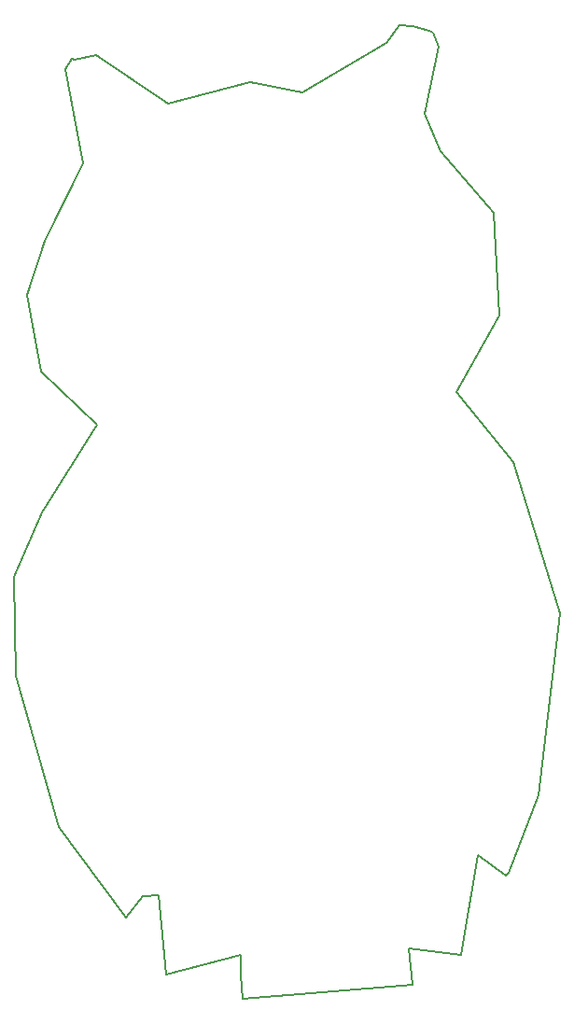
<source format=gbr>
G04 DipTrace 3.0.0.2*
G04 BoardOutline.gbr*
%MOMM*%
G04 #@! TF.FileFunction,Profile*
G04 #@! TF.Part,Single*
%ADD11C,0.14*%
%FSLAX35Y35*%
G04*
G71*
G90*
G75*
G01*
G04 BoardOutline*
%LPD*%
X4609537Y1127747D2*
D11*
X4577790Y1461087D1*
X5054833Y1400887D1*
X5204600Y2303820D1*
X5460840Y2118457D1*
X5488100Y2145717D1*
X5752517Y2846283D1*
X5946910Y4495740D1*
X5527707Y5873123D1*
X5005840Y6506207D1*
X5399380Y7199177D1*
X5348047Y8131693D1*
X4868957Y8687780D1*
X4722967Y9029410D1*
X4846110Y9637580D1*
X4799867Y9766850D1*
X4766233Y9781563D1*
X4608590Y9819397D1*
X4494033Y9835163D1*
X4376323Y9674363D1*
X3613243Y9218693D1*
X3135930Y9313480D1*
X2392223Y9123907D1*
X1745673Y9560920D1*
X1542917Y9515863D1*
X1518137Y9524877D1*
X1459563Y9432510D1*
X1619560Y8574707D1*
X1276687Y7879307D1*
X1112497Y7386730D1*
X1238053Y6691327D1*
X1749947Y6208410D1*
X1250430Y5409910D1*
X1000760Y4830893D1*
X1011387Y3927837D1*
X1399170Y2557317D1*
X2010060Y1739253D1*
X2163737Y1933603D1*
X2308377Y1939760D1*
X2379123Y1224373D1*
X3053950Y1397593D1*
Y1270607D1*
Y1222987D1*
X3069823Y1000760D1*
X4609537Y1127747D1*
X5959350Y4493147D2*
M02*

</source>
